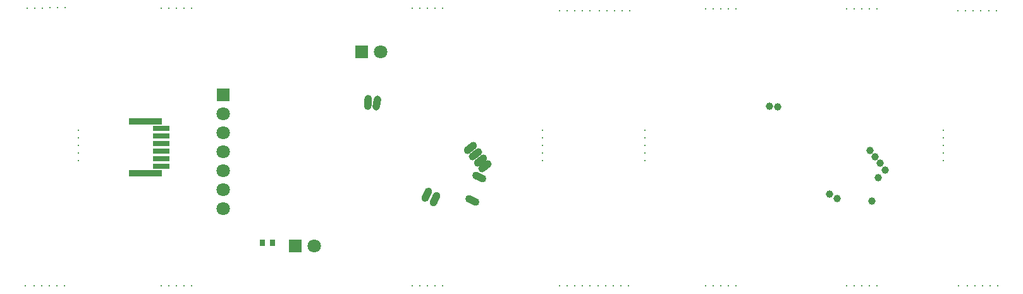
<source format=gts>
G04*
G04 #@! TF.GenerationSoftware,Altium Limited,Altium Designer,22.6.1 (34)*
G04*
G04 Layer_Color=8388736*
%FSLAX44Y44*%
%MOMM*%
G71*
G04*
G04 #@! TF.SameCoordinates,55340204-0453-48C6-9AD9-4A0BB80BD5D4*
G04*
G04*
G04 #@! TF.FilePolarity,Negative*
G04*
G01*
G75*
%ADD11R,0.6587X0.8121*%
%ADD34R,4.4032X0.9032*%
%ADD35R,2.2032X0.8032*%
%ADD36C,0.3032*%
%ADD37C,1.8032*%
%ADD38R,1.8032X1.8032*%
%ADD39R,1.8032X1.8032*%
G04:AMPARAMS|DCode=40|XSize=1.0032mm|YSize=2.0032mm|CornerRadius=0mm|HoleSize=0mm|Usage=FLASHONLY|Rotation=350.000|XOffset=0mm|YOffset=0mm|HoleType=Round|Shape=Round|*
%AMOVALD40*
21,1,1.0000,1.0032,0.0000,0.0000,80.0*
1,1,1.0032,-0.0868,-0.4924*
1,1,1.0032,0.0868,0.4924*
%
%ADD40OVALD40*%

G04:AMPARAMS|DCode=41|XSize=1.0032mm|YSize=2.0032mm|CornerRadius=0mm|HoleSize=0mm|Usage=FLASHONLY|Rotation=357.000|XOffset=0mm|YOffset=0mm|HoleType=Round|Shape=Round|*
%AMOVALD41*
21,1,1.0000,1.0032,0.0000,0.0000,87.0*
1,1,1.0032,-0.0262,-0.4993*
1,1,1.0032,0.0262,0.4993*
%
%ADD41OVALD41*%

G04:AMPARAMS|DCode=42|XSize=1.0032mm|YSize=2.0032mm|CornerRadius=0mm|HoleSize=0mm|Usage=FLASHONLY|Rotation=244.000|XOffset=0mm|YOffset=0mm|HoleType=Round|Shape=Round|*
%AMOVALD42*
21,1,1.0000,1.0032,0.0000,0.0000,334.0*
1,1,1.0032,-0.4494,0.2192*
1,1,1.0032,0.4494,-0.2192*
%
%ADD42OVALD42*%

G04:AMPARAMS|DCode=43|XSize=1.0032mm|YSize=2.0032mm|CornerRadius=0mm|HoleSize=0mm|Usage=FLASHONLY|Rotation=154.000|XOffset=0mm|YOffset=0mm|HoleType=Round|Shape=Round|*
%AMOVALD43*
21,1,1.0000,1.0032,0.0000,0.0000,244.0*
1,1,1.0032,0.2192,0.4494*
1,1,1.0032,-0.2192,-0.4494*
%
%ADD43OVALD43*%

G04:AMPARAMS|DCode=44|XSize=1.0032mm|YSize=2.0032mm|CornerRadius=0mm|HoleSize=0mm|Usage=FLASHONLY|Rotation=155.000|XOffset=0mm|YOffset=0mm|HoleType=Round|Shape=Round|*
%AMOVALD44*
21,1,1.0000,1.0032,0.0000,0.0000,245.0*
1,1,1.0032,0.2113,0.4532*
1,1,1.0032,-0.2113,-0.4532*
%
%ADD44OVALD44*%

G04:AMPARAMS|DCode=45|XSize=1.0032mm|YSize=2.0032mm|CornerRadius=0mm|HoleSize=0mm|Usage=FLASHONLY|Rotation=309.000|XOffset=0mm|YOffset=0mm|HoleType=Round|Shape=Round|*
%AMOVALD45*
21,1,1.0000,1.0032,0.0000,0.0000,39.0*
1,1,1.0032,-0.3886,-0.3147*
1,1,1.0032,0.3886,0.3147*
%
%ADD45OVALD45*%

G04:AMPARAMS|DCode=46|XSize=1.0032mm|YSize=2.0032mm|CornerRadius=0mm|HoleSize=0mm|Usage=FLASHONLY|Rotation=308.000|XOffset=0mm|YOffset=0mm|HoleType=Round|Shape=Round|*
%AMOVALD46*
21,1,1.0000,1.0032,0.0000,0.0000,38.0*
1,1,1.0032,-0.3940,-0.3078*
1,1,1.0032,0.3940,0.3078*
%
%ADD46OVALD46*%

G04:AMPARAMS|DCode=47|XSize=1.0032mm|YSize=2.0032mm|CornerRadius=0mm|HoleSize=0mm|Usage=FLASHONLY|Rotation=245.000|XOffset=0mm|YOffset=0mm|HoleType=Round|Shape=Round|*
%AMOVALD47*
21,1,1.0000,1.0032,0.0000,0.0000,335.0*
1,1,1.0032,-0.4532,0.2113*
1,1,1.0032,0.4532,-0.2113*
%
%ADD47OVALD47*%

%ADD48C,1.0032*%
D11*
X-349790Y-119020D02*
D03*
X-336256Y-119020D02*
D03*
D34*
X-505790Y-26020D02*
D03*
X-505790Y43980D02*
D03*
D35*
X-484790Y-16020D02*
D03*
X-484790Y-6020D02*
D03*
X-484790Y3980D02*
D03*
X-484790Y13980D02*
D03*
X-484790Y23980D02*
D03*
X-484790Y33980D02*
D03*
D36*
X623570Y191770D02*
D03*
X633730Y191770D02*
D03*
X-654050Y195580D02*
D03*
X-633732Y195850D02*
D03*
X-643890Y195580D02*
D03*
X-623573Y195850D02*
D03*
X-613415D02*
D03*
X-664210Y195580D02*
D03*
X582930Y-176530D02*
D03*
X101600Y191770D02*
D03*
X121920Y191770D02*
D03*
X111760Y191770D02*
D03*
X132080D02*
D03*
X142240Y191770D02*
D03*
X48260Y191770D02*
D03*
X68580D02*
D03*
X58420Y191770D02*
D03*
X78740Y191770D02*
D03*
X88900Y191770D02*
D03*
X100330Y-176530D02*
D03*
X120650D02*
D03*
X110490D02*
D03*
X130810D02*
D03*
X140970D02*
D03*
X48260D02*
D03*
X68580D02*
D03*
X58420D02*
D03*
X78740D02*
D03*
X88900D02*
D03*
X635000D02*
D03*
X624840Y-176530D02*
D03*
X604520Y-176530D02*
D03*
X614680Y-176530D02*
D03*
X594360D02*
D03*
X-666747Y-176530D02*
D03*
X612140Y191770D02*
D03*
X591820Y191770D02*
D03*
X601980Y191770D02*
D03*
X581660Y191770D02*
D03*
X-614685Y-176530D02*
D03*
X-624843D02*
D03*
X-645160D02*
D03*
X-635002D02*
D03*
X-655319D02*
D03*
X-595630Y-8891D02*
D03*
X-595630Y11430D02*
D03*
X-595630Y1270D02*
D03*
X-595630Y21590D02*
D03*
X-595629Y31750D02*
D03*
X562610Y31751D02*
D03*
X562610Y11430D02*
D03*
X562610Y21590D02*
D03*
X562610Y1270D02*
D03*
X562609Y-8890D02*
D03*
X473711Y194310D02*
D03*
X453390Y194310D02*
D03*
X463550Y194310D02*
D03*
X443230Y194310D02*
D03*
X433070Y194310D02*
D03*
X284480Y194310D02*
D03*
X264160Y194310D02*
D03*
X274320Y194310D02*
D03*
X254000Y194310D02*
D03*
X243840Y194310D02*
D03*
X25400Y31750D02*
D03*
Y11430D02*
D03*
X25400Y21590D02*
D03*
X25400Y1270D02*
D03*
Y-8890D02*
D03*
X162560Y31750D02*
D03*
Y11430D02*
D03*
X162560Y21590D02*
D03*
X162560Y1270D02*
D03*
Y-8890D02*
D03*
X473710Y-176530D02*
D03*
X453390D02*
D03*
X463550D02*
D03*
X443230D02*
D03*
X433070D02*
D03*
X284480D02*
D03*
X264160D02*
D03*
X274320D02*
D03*
X254000D02*
D03*
X243840D02*
D03*
X-107950D02*
D03*
X-128270D02*
D03*
X-118110D02*
D03*
X-138430D02*
D03*
X-148590D02*
D03*
X-444500D02*
D03*
X-464820D02*
D03*
X-454660D02*
D03*
X-474980D02*
D03*
X-485140D02*
D03*
X-107950Y195580D02*
D03*
X-128270D02*
D03*
X-118110D02*
D03*
X-138430D02*
D03*
X-148590D02*
D03*
X-444500D02*
D03*
X-464820D02*
D03*
X-454660D02*
D03*
X-474980D02*
D03*
X-485140D02*
D03*
D37*
X-280190Y-122720D02*
D03*
X-402191Y53580D02*
D03*
Y28180D02*
D03*
Y2780D02*
D03*
Y-22620D02*
D03*
Y-48020D02*
D03*
Y-73420D02*
D03*
X-191490Y136780D02*
D03*
D38*
X-305590Y-122720D02*
D03*
X-216890Y136780D02*
D03*
D39*
X-402191Y78980D02*
D03*
D40*
X-196369Y68334D02*
D03*
D41*
X-207833Y69276D02*
D03*
D42*
X-68394Y-62135D02*
D03*
D43*
X-129005Y-54516D02*
D03*
D44*
X-118458Y-60039D02*
D03*
D45*
X-70659Y8468D02*
D03*
X-57659Y-8532D02*
D03*
D46*
X-64226Y-73D02*
D03*
X-51226Y-16673D02*
D03*
D47*
X-59371Y-30988D02*
D03*
D48*
X470570Y-4050D02*
D03*
X484070Y-21250D02*
D03*
X464070Y4750D02*
D03*
X409870Y-54050D02*
D03*
X420370Y-59550D02*
D03*
X340670Y63150D02*
D03*
X475470Y-31950D02*
D03*
X466470Y-63050D02*
D03*
X477370Y-12550D02*
D03*
X329570Y64050D02*
D03*
M02*

</source>
